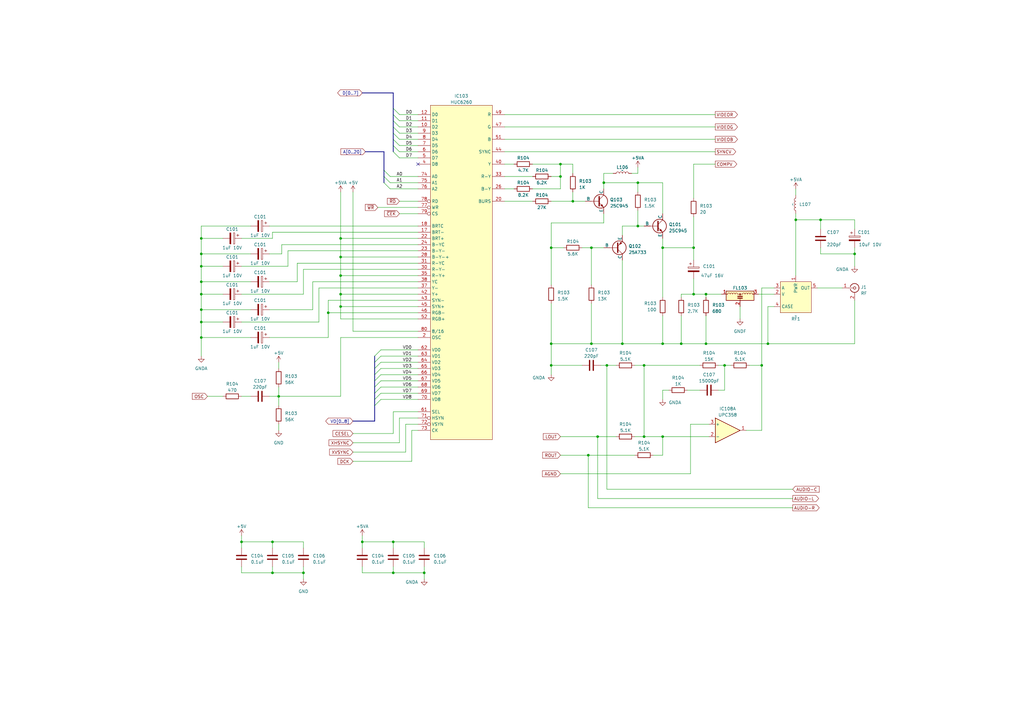
<source format=kicad_sch>
(kicad_sch (version 20230121) (generator eeschema)
  (paper "A3")
  (lib_symbols
    (symbol "Amplifier_Operational:LM358" (pin_names (offset 0.127))
      (property "Reference" "U" (at 0 5.08 0))
      (property "Value" "LM358" (at 0 -5.08 0))
      (symbol "LM358_1_1"
        (polyline (pts (xy -5.08 5.08) (xy 5.08 0) (xy -5.08 -5.08) (xy -5.08 5.08)) (stroke (width 0.254)) (fill (type background)))
        (pin output line (at 7.62 0 180) (length 2.54) (name "~") (number "1"))
        (pin input line (at -7.62 -2.54 0) (length 2.54) (name "-") (number "2"))
        (pin input line (at -7.62 2.54 0) (length 2.54) (name "+") (number "3"))
      )
      (symbol "LM358_2_1"
        (polyline (pts (xy -5.08 5.08) (xy 5.08 0) (xy -5.08 -5.08) (xy -5.08 5.08)) (stroke (width 0.254)) (fill (type background)))
        (pin input line (at -7.62 2.54 0) (length 2.54) (name "+") (number "5"))
        (pin input line (at -7.62 -2.54 0) (length 2.54) (name "-") (number "6"))
        (pin output line (at 7.62 0 180) (length 2.54) (name "~") (number "7"))
      )
      (symbol "LM358_3_1"
        (pin power_in line (at -2.54 -7.62 90) (length 3.81) (name "V-") (number "4"))
        (pin power_in line (at -2.54 7.62 270) (length 3.81) (name "V+") (number "8"))
      )
    )
    (symbol "Connector:Conn_Coaxial" (pin_names (offset 1.016) hide)
      (property "Reference" "J" (at 0.254 3.048 0))
      (property "Value" "Conn_Coaxial" (at 2.921 0 90))
      (symbol "Conn_Coaxial_0_1"
        (arc (start -1.778 -0.508) (mid 0.2311 -1.8066) (end 1.778 0) (stroke (width 0.254)))
        (polyline (pts (xy -2.54 0) (xy -0.508 0)))
        (polyline (pts (xy 0 -2.54) (xy 0 -1.778)))
        (circle (center 0 0) (radius 0.508) (stroke (width 0.2032)))
        (arc (start 1.778 0) (mid 0.2099 1.8101) (end -1.778 0.508) (stroke (width 0.254)))
      )
      (symbol "Conn_Coaxial_1_1"
        (pin passive line (at -5.08 0 0) (length 2.54) (name "In") (number "1"))
        (pin passive line (at 0 -5.08 90) (length 2.54) (name "Ext") (number "2"))
      )
    )
    (symbol "Device:C" (pin_numbers hide) (pin_names (offset 0.254))
      (property "Reference" "C" (at 0.635 2.54 0))
      (property "Value" "C" (at 0.635 -2.54 0))
      (symbol "C_0_1"
        (polyline (pts (xy -2.032 -0.762) (xy 2.032 -0.762)) (stroke (width 0.508)))
        (polyline (pts (xy -2.032 0.762) (xy 2.032 0.762)) (stroke (width 0.508)))
      )
      (symbol "C_1_1"
        (pin passive line (at 0 3.81 270) (length 2.794) (name "~") (number "1"))
        (pin passive line (at 0 -3.81 90) (length 2.794) (name "~") (number "2"))
      )
    )
    (symbol "Device:C_Polarized" (pin_numbers hide) (pin_names (offset 0.254))
      (property "Reference" "C" (at 0.635 2.54 0))
      (property "Value" "C_Polarized" (at 0.635 -2.54 0))
      (symbol "C_Polarized_0_1"
        (rectangle (start -2.286 0.508) (end 2.286 1.016))
        (polyline (pts (xy -1.778 2.286) (xy -0.762 2.286)))
        (polyline (pts (xy -1.27 2.794) (xy -1.27 1.778)))
        (rectangle (start 2.286 -0.508) (end -2.286 -1.016) (fill (type outline)))
      )
      (symbol "C_Polarized_1_1"
        (pin passive line (at 0 3.81 270) (length 2.794) (name "~") (number "1"))
        (pin passive line (at 0 -3.81 90) (length 2.794) (name "~") (number "2"))
      )
    )
    (symbol "Device:Filter_EMI_LCL" (pin_names (offset 0.254) hide)
      (property "Reference" "FL" (at 0 6.985 0))
      (property "Value" "Filter_EMI_LCL" (at 0 5.08 0))
      (symbol "Filter_EMI_LCL_0_1"
        (rectangle (start -5.715 3.81) (end 5.715 0) (stroke (width 0.254)) (fill (type background)))
        (arc (start -4.064 2.54) (mid -4.572 3.0458) (end -5.08 2.54))
        (arc (start -3.048 2.54) (mid -3.556 3.0458) (end -4.064 2.54))
        (arc (start -2.032 2.54) (mid -2.54 3.0458) (end -3.048 2.54))
        (rectangle (start -1.016 0.762) (end 1.016 1.016) (fill (type outline)))
        (arc (start -1.016 2.54) (mid -1.524 3.0458) (end -2.032 2.54))
        (polyline (pts (xy -1.016 2.54) (xy 1.016 2.54)))
        (polyline (pts (xy 0 0.762) (xy 0 0)))
        (polyline (pts (xy 0 2.54) (xy 0 1.778)))
        (circle (center 0 2.54) (radius 0.254) (fill (type outline)))
        (rectangle (start 1.016 1.524) (end -1.016 1.778) (fill (type outline)))
        (arc (start 2.032 2.54) (mid 1.524 3.0458) (end 1.016 2.54))
        (arc (start 3.048 2.54) (mid 2.54 3.0458) (end 2.032 2.54))
        (arc (start 4.064 2.54) (mid 3.556 3.0458) (end 3.048 2.54))
        (arc (start 5.08 2.54) (mid 4.572 3.0458) (end 4.064 2.54))
      )
      (symbol "Filter_EMI_LCL_1_1"
        (pin passive line (at -7.62 2.54 0) (length 2.54) (name "1") (number "1"))
        (pin passive line (at 0 -2.54 90) (length 2.54) (name "2") (number "2"))
        (pin passive line (at 7.62 2.54 180) (length 2.54) (name "3") (number "3"))
      )
    )
    (symbol "Device:L" (pin_numbers hide) (pin_names (offset 1.016) hide)
      (property "Reference" "L" (at -1.27 0 90))
      (property "Value" "L" (at 1.905 0 90))
      (symbol "L_0_1"
        (arc (start 0 -2.54) (mid 0.6323 -1.905) (end 0 -1.27))
        (arc (start 0 -1.27) (mid 0.6323 -0.635) (end 0 0))
        (arc (start 0 0) (mid 0.6323 0.635) (end 0 1.27))
        (arc (start 0 1.27) (mid 0.6323 1.905) (end 0 2.54))
      )
      (symbol "L_1_1"
        (pin passive line (at 0 3.81 270) (length 1.27) (name "1") (number "1"))
        (pin passive line (at 0 -3.81 90) (length 1.27) (name "2") (number "2"))
      )
    )
    (symbol "Device:R" (pin_numbers hide) (pin_names (offset 0))
      (property "Reference" "R" (at 2.032 0 90))
      (property "Value" "R" (at 0 0 90))
      (symbol "R_0_1"
        (rectangle (start -1.016 -2.54) (end 1.016 2.54) (stroke (width 0.254)))
      )
      (symbol "R_1_1"
        (pin passive line (at 0 3.81 270) (length 1.27) (name "~") (number "1"))
        (pin passive line (at 0 -3.81 90) (length 1.27) (name "~") (number "2"))
      )
    )
    (symbol "PC-Engine:GNDF" (power) (pin_names (offset 0))
      (property "Value" "GNDF" (at 0 -3.81 0))
      (symbol "GNDF_0_1"
        (polyline (pts (xy 0 0) (xy 0 -1.27) (xy 1.27 -1.27) (xy 0 -2.54) (xy -1.27 -1.27) (xy 0 -1.27)))
      )
      (symbol "GNDF_1_1"
        (pin power_in line (at 0 0 270) (length 0) hide (name "GNDF") (number "1"))
      )
    )
    (symbol "PC-Engine:Hu6260"
      (property "Reference" "IC" (at 0 62.23 0))
      (symbol "Hu6260_1_1"
        (rectangle (start -12.7 59.69) (end 12.7 -77.47) (fill (type background)))
        (pin bidirectional line (at -17.78 50.8 0) (length 5.08) (name "D2") (number "10"))
        (pin bidirectional line (at -17.78 53.34 0) (length 5.08) (name "D1") (number "11"))
        (pin bidirectional line (at -17.78 55.88 0) (length 5.08) (name "D0") (number "12"))
        (pin input line (at -17.78 7.62 0) (length 5.08) (name "BRT-") (number "17"))
        (pin input line (at -17.78 10.16 0) (length 5.08) (name "BRTC") (number "18"))
        (pin input line (at -17.78 -35.56 0) (length 5.08) (name "OSC") (number "2"))
        (pin output line (at 17.78 20.32 180) (length 5.08) (name "BURS") (number "20"))
        (pin input line (at -17.78 5.08 0) (length 5.08) (name "BRT+") (number "22"))
        (pin input line (at -17.78 0 0) (length 5.08) (name "B-Y-") (number "23"))
        (pin input line (at -17.78 2.54 0) (length 5.08) (name "B-YC") (number "24"))
        (pin output line (at 17.78 25.4 180) (length 5.08) (name "B-Y") (number "26"))
        (pin input line (at -17.78 -2.54 0) (length 5.08) (name "B-Y-+") (number "28"))
        (pin input line (at -17.78 -7.62 0) (length 5.08) (name "R-Y-") (number "30"))
        (pin input line (at -17.78 -5.08 0) (length 5.08) (name "R-YC") (number "31"))
        (pin output line (at 17.78 30.48 180) (length 5.08) (name "R-Y") (number "33"))
        (pin input line (at -17.78 -10.16 0) (length 5.08) (name "R-Y+") (number "35"))
        (pin input line (at -17.78 -15.24 0) (length 5.08) (name "Y-") (number "37"))
        (pin input line (at -17.78 -12.7 0) (length 5.08) (name "YC") (number "38"))
        (pin bidirectional line (at -17.78 35.56 0) (length 5.08) (name "D8") (number "4"))
        (pin output line (at 17.78 35.56 180) (length 5.08) (name "Y") (number "40"))
        (pin input line (at -17.78 -17.78 0) (length 5.08) (name "Y+") (number "42"))
        (pin input line (at -17.78 -20.32 0) (length 5.08) (name "SYN-") (number "43"))
        (pin output line (at 17.78 40.64 180) (length 5.08) (name "SYNC") (number "44"))
        (pin input line (at -17.78 -22.86 0) (length 5.08) (name "SYN+") (number "45"))
        (pin input line (at -17.78 -25.4 0) (length 5.08) (name "RGB-") (number "46"))
        (pin output line (at 17.78 50.8 180) (length 5.08) (name "G") (number "47"))
        (pin output line (at 17.78 55.88 180) (length 5.08) (name "R") (number "49"))
        (pin bidirectional line (at -17.78 38.1 0) (length 5.08) (name "D7") (number "5"))
        (pin output line (at 17.78 45.72 180) (length 5.08) (name "B") (number "51"))
        (pin input line (at -17.78 -27.94 0) (length 5.08) (name "RGB+") (number "52"))
        (pin bidirectional line (at -17.78 40.64 0) (length 5.08) (name "D6") (number "6"))
        (pin input line (at -17.78 -66.04 0) (length 5.08) (name "SEL") (number "61"))
        (pin bidirectional line (at -17.78 -40.64 0) (length 5.08) (name "VD0") (number "62"))
        (pin bidirectional line (at -17.78 -43.18 0) (length 5.08) (name "VD1") (number "63"))
        (pin bidirectional line (at -17.78 -45.72 0) (length 5.08) (name "VD2") (number "64"))
        (pin bidirectional line (at -17.78 -48.26 0) (length 5.08) (name "VD3") (number "65"))
        (pin bidirectional line (at -17.78 -50.8 0) (length 5.08) (name "VD4") (number "66"))
        (pin bidirectional line (at -17.78 -53.34 0) (length 5.08) (name "VD5") (number "67"))
        (pin bidirectional line (at -17.78 -55.88 0) (length 5.08) (name "VD6") (number "68"))
        (pin bidirectional line (at -17.78 -58.42 0) (length 5.08) (name "VD7") (number "69"))
        (pin bidirectional line (at -17.78 43.18 0) (length 5.08) (name "D5") (number "7"))
        (pin bidirectional line (at -17.78 -60.96 0) (length 5.08) (name "VD8") (number "70"))
        (pin input inverted (at -17.78 -68.58 0) (length 5.08) (name "HSYN") (number "71"))
        (pin input inverted (at -17.78 -71.12 0) (length 5.08) (name "VSYN") (number "72"))
        (pin input line (at -17.78 -73.66 0) (length 5.08) (name "CK") (number "73"))
        (pin input line (at -17.78 30.48 0) (length 5.08) (name "A0") (number "74"))
        (pin input line (at -17.78 27.94 0) (length 5.08) (name "A1") (number "75"))
        (pin input line (at -17.78 25.4 0) (length 5.08) (name "A2") (number "76"))
        (pin input inverted (at -17.78 17.78 0) (length 5.08) (name "WR") (number "77"))
        (pin input inverted (at -17.78 20.32 0) (length 5.08) (name "RD") (number "78"))
        (pin input inverted (at -17.78 15.24 0) (length 5.08) (name "CS") (number "79"))
        (pin bidirectional line (at -17.78 45.72 0) (length 5.08) (name "D4") (number "8"))
        (pin input line (at -17.78 -33.02 0) (length 5.08) (name "8/16") (number "80"))
        (pin bidirectional line (at -17.78 48.26 0) (length 5.08) (name "D3") (number "9"))
      )
    )
    (symbol "PC-Engine:RF_Modulator"
      (property "Reference" "RF" (at 0 0 0))
      (symbol "RF_Modulator_1_1"
        (rectangle (start -6.35 13.97) (end 6.35 1.27) (fill (type background)))
        (pin power_in line (at 0 16.51 270) (length 2.54) (name "PWR") (number "1"))
        (pin input line (at -8.89 8.89 0) (length 2.54) (name "V") (number "2"))
        (pin input line (at -8.89 11.43 0) (length 2.54) (name "A") (number "3"))
        (pin passive line (at -8.89 3.81 0) (length 2.54) (name "CASE") (number "4"))
        (pin output line (at 8.89 11.43 180) (length 2.54) (name "OUT") (number "5"))
      )
    )
    (symbol "Simulation_SPICE:NPN" (pin_numbers hide) (pin_names (offset 0))
      (property "Reference" "Q" (at -2.54 7.62 0))
      (property "Value" "NPN" (at -2.54 5.08 0))
      (symbol "NPN_0_1"
        (polyline (pts (xy -2.54 0) (xy 0.635 0)) (stroke (width 0.1524)))
        (polyline (pts (xy 0.635 0.635) (xy 2.54 2.54)))
        (polyline (pts (xy 2.794 -1.27) (xy 2.794 -1.27)) (stroke (width 0.1524)))
        (polyline (pts (xy 2.794 -1.27) (xy 2.794 -1.27)) (stroke (width 0.1524)))
        (polyline (pts (xy 0.635 -0.635) (xy 2.54 -2.54) (xy 2.54 -2.54)))
        (polyline (pts (xy 0.635 1.905) (xy 0.635 -1.905) (xy 0.635 -1.905)) (stroke (width 0.508)))
        (polyline (pts (xy 1.27 -1.778) (xy 1.778 -1.27) (xy 2.286 -2.286) (xy 1.27 -1.778) (xy 1.27 -1.778)) (fill (type outline)))
        (circle (center 1.27 0) (radius 2.8194) (stroke (width 0.254)))
      )
      (symbol "NPN_1_1"
        (pin open_collector line (at 2.54 5.08 270) (length 2.54) (name "C") (number "1"))
        (pin input line (at -5.08 0 0) (length 2.54) (name "B") (number "2"))
        (pin open_emitter line (at 2.54 -5.08 90) (length 2.54) (name "E") (number "3"))
      )
    )
    (symbol "Simulation_SPICE:PNP" (pin_numbers hide) (pin_names (offset 0))
      (property "Reference" "Q" (at -2.54 7.62 0))
      (property "Value" "PNP" (at -2.54 5.08 0))
      (symbol "PNP_0_1"
        (polyline (pts (xy -2.54 0) (xy 0.635 0)) (stroke (width 0.1524)))
        (polyline (pts (xy 0.635 0.635) (xy 2.54 2.54)))
        (polyline (pts (xy 0.635 -0.635) (xy 2.54 -2.54) (xy 2.54 -2.54)))
        (polyline (pts (xy 0.635 1.905) (xy 0.635 -1.905) (xy 0.635 -1.905)) (stroke (width 0.508)))
        (polyline (pts (xy 2.286 -1.778) (xy 1.778 -2.286) (xy 1.27 -1.27) (xy 2.286 -1.778) (xy 2.286 -1.778)) (fill (type outline)))
        (circle (center 1.27 0) (radius 2.8194) (stroke (width 0.254)))
      )
      (symbol "PNP_1_1"
        (pin open_collector line (at 2.54 5.08 270) (length 2.54) (name "C") (number "1"))
        (pin input line (at -5.08 0 0) (length 2.54) (name "B") (number "2"))
        (pin open_emitter line (at 2.54 -5.08 90) (length 2.54) (name "E") (number "3"))
      )
    )
    (symbol "power:+5V" (power) (pin_names (offset 0))
      (property "Value" "+5V" (at 0 3.556 0))
      (symbol "+5V_0_1"
        (polyline (pts (xy -0.762 1.27) (xy 0 2.54)))
        (polyline (pts (xy 0 0) (xy 0 2.54)))
        (polyline (pts (xy 0 2.54) (xy 0.762 1.27)))
      )
      (symbol "+5V_1_1"
        (pin power_in line (at 0 0 90) (length 0) hide (name "+5V") (number "1"))
      )
    )
    (symbol "power:+5VA" (power) (pin_names (offset 0))
      (property "Value" "+5VA" (at 0 3.556 0))
      (symbol "+5VA_0_1"
        (polyline (pts (xy -0.762 1.27) (xy 0 2.54)))
        (polyline (pts (xy 0 0) (xy 0 2.54)))
        (polyline (pts (xy 0 2.54) (xy 0.762 1.27)))
      )
      (symbol "+5VA_1_1"
        (pin power_in line (at 0 0 90) (length 0) hide (name "+5VA") (number "1"))
      )
    )
    (symbol "power:GND" (power) (pin_names (offset 0))
      (property "Value" "GND" (at 0 -3.81 0))
      (symbol "GND_0_1"
        (polyline (pts (xy 0 0) (xy 0 -1.27) (xy 1.27 -1.27) (xy 0 -2.54) (xy -1.27 -1.27) (xy 0 -1.27)))
      )
      (symbol "GND_1_1"
        (pin power_in line (at 0 0 270) (length 0) hide (name "GND") (number "1"))
      )
    )
    (symbol "power:GNDA" (power) (pin_names (offset 0))
      (property "Value" "GNDA" (at 0 -3.81 0))
      (symbol "GNDA_0_1"
        (polyline (pts (xy 0 0) (xy 0 -1.27) (xy 1.27 -1.27) (xy 0 -2.54) (xy -1.27 -1.27) (xy 0 -1.27)))
      )
      (symbol "GNDA_1_1"
        (pin power_in line (at 0 0 270) (length 0) hide (name "GNDA") (number "1"))
      )
    )
  )
  (junction (at 173.99 234.95))
  (junction (at 289.56 140.97))
  (junction (at 297.18 149.86))
  (junction (at 261.62 74.93))
  (junction (at 82.55 104.14))
  (junction (at 82.55 120.65))
  (junction (at 161.29 234.95))
  (junction (at 148.59 222.25))
  (junction (at 271.78 179.07))
  (junction (at 248.92 149.86))
  (junction (at 111.76 222.25))
  (junction (at 139.7 113.03))
  (junction (at 284.48 101.6))
  (junction (at 99.06 222.25))
  (junction (at 114.3 162.56))
  (junction (at 264.16 179.07))
  (junction (at 289.56 120.65))
  (junction (at 111.76 234.95))
  (junction (at 350.52 104.14))
  (junction (at 247.65 74.93))
  (junction (at 261.62 92.71))
  (junction (at 82.55 127))
  (junction (at 139.7 105.41))
  (junction (at 139.7 120.65))
  (junction (at 314.96 140.97))
  (junction (at 326.39 90.17))
  (junction (at 264.16 149.86))
  (junction (at 226.06 149.86))
  (junction (at 241.3 186.69))
  (junction (at 255.27 140.97))
  (junction (at 82.55 97.79))
  (junction (at 271.78 101.6))
  (junction (at 271.78 140.97))
  (junction (at 284.48 120.65))
  (junction (at 242.57 101.6))
  (junction (at 82.55 138.43))
  (junction (at 161.29 222.25))
  (junction (at 82.55 109.22))
  (junction (at 139.7 125.73))
  (junction (at 234.95 82.55))
  (junction (at 226.06 140.97))
  (junction (at 134.62 128.27))
  (junction (at 229.87 72.39))
  (junction (at 336.55 90.17))
  (junction (at 229.87 67.31))
  (junction (at 279.4 140.97))
  (junction (at 312.42 149.86))
  (junction (at 245.11 179.07))
  (junction (at 242.57 140.97))
  (junction (at 82.55 115.57))
  (junction (at 139.7 97.79))
  (junction (at 82.55 132.08))
  (junction (at 124.46 234.95))
  (junction (at 226.06 101.6))
  (no_connect (at 171.45 67.31))
  (bus_entry (at 156.21 163.83) (size -2.54 2.54))
  (bus_entry (at 163.83 64.77) (size -2.54 -2.54))
  (bus_entry (at 156.21 148.59) (size -2.54 2.54))
  (bus_entry (at 156.21 156.21) (size -2.54 2.54))
  (bus_entry (at 157.48 69.85) (size 2.54 2.54))
  (bus_entry (at 156.21 158.75) (size -2.54 2.54))
  (bus_entry (at 156.21 153.67) (size -2.54 2.54))
  (bus_entry (at 156.21 146.05) (size -2.54 2.54))
  (bus_entry (at 163.83 59.69) (size -2.54 -2.54))
  (bus_entry (at 163.83 62.23) (size -2.54 -2.54))
  (bus_entry (at 163.83 49.53) (size -2.54 -2.54))
  (bus_entry (at 163.83 54.61) (size -2.54 -2.54))
  (bus_entry (at 163.83 52.07) (size -2.54 -2.54))
  (bus_entry (at 157.48 72.39) (size 2.54 2.54))
  (bus_entry (at 163.83 46.99) (size -2.54 -2.54))
  (bus_entry (at 156.21 143.51) (size -2.54 2.54))
  (bus_entry (at 156.21 161.29) (size -2.54 2.54))
  (bus_entry (at 157.48 74.93) (size 2.54 2.54))
  (bus_entry (at 156.21 151.13) (size -2.54 2.54))
  (bus_entry (at 163.83 57.15) (size -2.54 -2.54))
  (wire (pts (xy 271.78 163.83) (xy 271.78 160.02)))
  (wire (pts (xy 335.28 118.11) (xy 345.44 118.11)))
  (wire (pts (xy 326.39 87.63) (xy 326.39 90.17)))
  (wire (pts (xy 124.46 222.25) (xy 124.46 224.79)))
  (wire (pts (xy 111.76 222.25) (xy 111.76 224.79)))
  (wire (pts (xy 124.46 110.49) (xy 124.46 120.65)))
  (wire (pts (xy 264.16 149.86) (xy 264.16 179.07)))
  (bus (pts (xy 157.48 69.85) (xy 157.48 62.23)))
  (wire (pts (xy 148.59 219.71) (xy 148.59 222.25)))
  (wire (pts (xy 144.78 181.61) (xy 163.83 181.61)))
  (wire (pts (xy 156.21 153.67) (xy 171.45 153.67)))
  (wire (pts (xy 111.76 95.25) (xy 171.45 95.25)))
  (wire (pts (xy 283.21 194.31) (xy 283.21 173.99)))
  (wire (pts (xy 226.06 101.6) (xy 226.06 116.84)))
  (wire (pts (xy 289.56 140.97) (xy 289.56 129.54)))
  (wire (pts (xy 226.06 149.86) (xy 226.06 153.67)))
  (wire (pts (xy 114.3 148.59) (xy 114.3 151.13)))
  (wire (pts (xy 168.91 176.53) (xy 171.45 176.53)))
  (wire (pts (xy 171.45 125.73) (xy 139.7 125.73)))
  (wire (pts (xy 303.53 125.73) (xy 303.53 130.81)))
  (wire (pts (xy 247.65 87.63) (xy 247.65 91.44)))
  (wire (pts (xy 317.5 125.73) (xy 314.96 125.73)))
  (wire (pts (xy 111.76 234.95) (xy 111.76 232.41)))
  (wire (pts (xy 124.46 234.95) (xy 111.76 234.95)))
  (wire (pts (xy 99.06 234.95) (xy 99.06 232.41)))
  (wire (pts (xy 241.3 186.69) (xy 241.3 208.28)))
  (wire (pts (xy 99.06 222.25) (xy 111.76 222.25)))
  (wire (pts (xy 124.46 232.41) (xy 124.46 234.95)))
  (wire (pts (xy 279.4 129.54) (xy 279.4 140.97)))
  (wire (pts (xy 226.06 82.55) (xy 234.95 82.55)))
  (wire (pts (xy 148.59 222.25) (xy 161.29 222.25)))
  (wire (pts (xy 114.3 158.75) (xy 114.3 162.56)))
  (wire (pts (xy 171.45 130.81) (xy 139.7 130.81)))
  (wire (pts (xy 289.56 121.92) (xy 289.56 120.65)))
  (wire (pts (xy 248.92 149.86) (xy 252.73 149.86)))
  (wire (pts (xy 271.78 186.69) (xy 271.78 179.07)))
  (wire (pts (xy 350.52 104.14) (xy 350.52 109.22)))
  (wire (pts (xy 139.7 138.43) (xy 139.7 162.56)))
  (wire (pts (xy 171.45 123.19) (xy 134.62 123.19)))
  (wire (pts (xy 326.39 90.17) (xy 326.39 113.03)))
  (wire (pts (xy 255.27 106.68) (xy 255.27 140.97)))
  (wire (pts (xy 255.27 140.97) (xy 271.78 140.97)))
  (wire (pts (xy 271.78 129.54) (xy 271.78 140.97)))
  (wire (pts (xy 297.18 160.02) (xy 294.64 160.02)))
  (wire (pts (xy 261.62 74.93) (xy 247.65 74.93)))
  (wire (pts (xy 207.01 62.23) (xy 293.37 62.23)))
  (bus (pts (xy 161.29 62.23) (xy 161.29 59.69)))
  (wire (pts (xy 314.96 140.97) (xy 350.52 140.97)))
  (wire (pts (xy 336.55 90.17) (xy 336.55 93.98)))
  (wire (pts (xy 312.42 176.53) (xy 312.42 149.86)))
  (wire (pts (xy 229.87 72.39) (xy 229.87 67.31)))
  (wire (pts (xy 118.11 109.22) (xy 118.11 102.87)))
  (wire (pts (xy 255.27 140.97) (xy 242.57 140.97)))
  (wire (pts (xy 350.52 104.14) (xy 336.55 104.14)))
  (wire (pts (xy 245.11 179.07) (xy 245.11 204.47)))
  (wire (pts (xy 161.29 234.95) (xy 161.29 232.41)))
  (wire (pts (xy 161.29 234.95) (xy 148.59 234.95)))
  (wire (pts (xy 284.48 81.28) (xy 284.48 67.31)))
  (wire (pts (xy 350.52 101.6) (xy 350.52 104.14)))
  (wire (pts (xy 171.45 100.33) (xy 115.57 100.33)))
  (wire (pts (xy 226.06 149.86) (xy 226.06 140.97)))
  (wire (pts (xy 99.06 222.25) (xy 99.06 224.79)))
  (wire (pts (xy 207.01 77.47) (xy 210.82 77.47)))
  (wire (pts (xy 248.92 200.66) (xy 325.12 200.66)))
  (wire (pts (xy 271.78 140.97) (xy 279.4 140.97)))
  (wire (pts (xy 171.45 46.99) (xy 163.83 46.99)))
  (wire (pts (xy 267.97 186.69) (xy 271.78 186.69)))
  (wire (pts (xy 229.87 194.31) (xy 283.21 194.31)))
  (wire (pts (xy 246.38 149.86) (xy 248.92 149.86)))
  (wire (pts (xy 242.57 101.6) (xy 247.65 101.6)))
  (wire (pts (xy 128.27 115.57) (xy 171.45 115.57)))
  (bus (pts (xy 161.29 57.15) (xy 161.29 54.61)))
  (wire (pts (xy 271.78 101.6) (xy 271.78 121.92)))
  (wire (pts (xy 289.56 140.97) (xy 314.96 140.97)))
  (wire (pts (xy 312.42 118.11) (xy 312.42 149.86)))
  (wire (pts (xy 102.87 104.14) (xy 82.55 104.14)))
  (wire (pts (xy 115.57 104.14) (xy 110.49 104.14)))
  (wire (pts (xy 350.52 90.17) (xy 350.52 93.98)))
  (wire (pts (xy 297.18 149.86) (xy 299.72 149.86)))
  (wire (pts (xy 241.3 208.28) (xy 325.12 208.28)))
  (wire (pts (xy 91.44 132.08) (xy 82.55 132.08)))
  (wire (pts (xy 171.45 62.23) (xy 163.83 62.23)))
  (wire (pts (xy 255.27 96.52) (xy 255.27 92.71)))
  (wire (pts (xy 163.83 82.55) (xy 171.45 82.55)))
  (wire (pts (xy 281.94 160.02) (xy 287.02 160.02)))
  (wire (pts (xy 82.55 109.22) (xy 82.55 115.57)))
  (wire (pts (xy 207.01 67.31) (xy 210.82 67.31)))
  (bus (pts (xy 153.67 146.05) (xy 153.67 148.59)))
  (wire (pts (xy 161.29 222.25) (xy 173.99 222.25)))
  (wire (pts (xy 171.45 52.07) (xy 163.83 52.07)))
  (bus (pts (xy 153.67 161.29) (xy 153.67 163.83)))
  (wire (pts (xy 245.11 179.07) (xy 252.73 179.07)))
  (wire (pts (xy 156.21 143.51) (xy 171.45 143.51)))
  (wire (pts (xy 160.02 72.39) (xy 171.45 72.39)))
  (wire (pts (xy 283.21 173.99) (xy 290.83 173.99)))
  (wire (pts (xy 207.01 52.07) (xy 293.37 52.07)))
  (wire (pts (xy 110.49 92.71) (xy 171.45 92.71)))
  (wire (pts (xy 238.76 149.86) (xy 226.06 149.86)))
  (wire (pts (xy 207.01 46.99) (xy 293.37 46.99)))
  (wire (pts (xy 247.65 91.44) (xy 226.06 91.44)))
  (bus (pts (xy 153.67 153.67) (xy 153.67 156.21)))
  (wire (pts (xy 306.07 176.53) (xy 312.42 176.53)))
  (wire (pts (xy 317.5 118.11) (xy 312.42 118.11)))
  (wire (pts (xy 114.3 162.56) (xy 139.7 162.56)))
  (wire (pts (xy 82.55 92.71) (xy 82.55 97.79)))
  (wire (pts (xy 144.78 78.74) (xy 144.78 135.89)))
  (wire (pts (xy 82.55 104.14) (xy 82.55 109.22)))
  (wire (pts (xy 247.65 74.93) (xy 247.65 71.12)))
  (wire (pts (xy 139.7 97.79) (xy 171.45 97.79)))
  (wire (pts (xy 171.45 110.49) (xy 124.46 110.49)))
  (wire (pts (xy 91.44 109.22) (xy 82.55 109.22)))
  (wire (pts (xy 121.92 115.57) (xy 121.92 107.95)))
  (wire (pts (xy 144.78 185.42) (xy 166.37 185.42)))
  (wire (pts (xy 111.76 97.79) (xy 111.76 95.25)))
  (wire (pts (xy 229.87 179.07) (xy 245.11 179.07)))
  (wire (pts (xy 264.16 179.07) (xy 271.78 179.07)))
  (wire (pts (xy 124.46 120.65) (xy 99.06 120.65)))
  (wire (pts (xy 171.45 54.61) (xy 163.83 54.61)))
  (wire (pts (xy 168.91 189.23) (xy 168.91 176.53)))
  (wire (pts (xy 261.62 92.71) (xy 264.16 92.71)))
  (wire (pts (xy 139.7 97.79) (xy 139.7 105.41)))
  (wire (pts (xy 229.87 77.47) (xy 229.87 72.39)))
  (wire (pts (xy 102.87 92.71) (xy 82.55 92.71)))
  (bus (pts (xy 153.67 158.75) (xy 153.67 161.29)))
  (wire (pts (xy 336.55 90.17) (xy 350.52 90.17)))
  (wire (pts (xy 207.01 82.55) (xy 218.44 82.55)))
  (wire (pts (xy 134.62 128.27) (xy 171.45 128.27)))
  (wire (pts (xy 171.45 49.53) (xy 163.83 49.53)))
  (wire (pts (xy 294.64 149.86) (xy 297.18 149.86)))
  (wire (pts (xy 102.87 127) (xy 82.55 127)))
  (wire (pts (xy 226.06 140.97) (xy 226.06 124.46)))
  (wire (pts (xy 144.78 135.89) (xy 171.45 135.89)))
  (wire (pts (xy 226.06 91.44) (xy 226.06 101.6)))
  (wire (pts (xy 261.62 78.74) (xy 261.62 74.93)))
  (wire (pts (xy 289.56 120.65) (xy 295.91 120.65)))
  (bus (pts (xy 148.59 38.1) (xy 161.29 38.1)))
  (wire (pts (xy 121.92 107.95) (xy 171.45 107.95)))
  (wire (pts (xy 85.09 162.56) (xy 91.44 162.56)))
  (wire (pts (xy 91.44 97.79) (xy 82.55 97.79)))
  (wire (pts (xy 271.78 74.93) (xy 271.78 87.63)))
  (wire (pts (xy 148.59 234.95) (xy 148.59 232.41)))
  (wire (pts (xy 173.99 234.95) (xy 173.99 237.49)))
  (wire (pts (xy 171.45 59.69) (xy 163.83 59.69)))
  (wire (pts (xy 110.49 162.56) (xy 114.3 162.56)))
  (wire (pts (xy 134.62 123.19) (xy 134.62 128.27)))
  (bus (pts (xy 157.48 62.23) (xy 149.86 62.23)))
  (wire (pts (xy 144.78 177.8) (xy 161.29 177.8)))
  (wire (pts (xy 264.16 149.86) (xy 287.02 149.86)))
  (wire (pts (xy 261.62 71.12) (xy 261.62 68.58)))
  (wire (pts (xy 271.78 97.79) (xy 271.78 101.6)))
  (wire (pts (xy 139.7 113.03) (xy 139.7 105.41)))
  (bus (pts (xy 153.67 151.13) (xy 153.67 153.67)))
  (wire (pts (xy 260.35 179.07) (xy 264.16 179.07)))
  (wire (pts (xy 260.35 149.86) (xy 264.16 149.86)))
  (wire (pts (xy 99.06 162.56) (xy 102.87 162.56)))
  (wire (pts (xy 154.94 85.09) (xy 171.45 85.09)))
  (wire (pts (xy 284.48 120.65) (xy 279.4 120.65)))
  (bus (pts (xy 153.67 163.83) (xy 153.67 166.37)))
  (bus (pts (xy 161.29 59.69) (xy 161.29 57.15)))
  (wire (pts (xy 218.44 67.31) (xy 229.87 67.31)))
  (wire (pts (xy 238.76 101.6) (xy 242.57 101.6)))
  (wire (pts (xy 248.92 149.86) (xy 248.92 200.66)))
  (wire (pts (xy 82.55 97.79) (xy 82.55 104.14)))
  (wire (pts (xy 99.06 219.71) (xy 99.06 222.25)))
  (wire (pts (xy 139.7 120.65) (xy 139.7 113.03)))
  (wire (pts (xy 139.7 130.81) (xy 139.7 125.73)))
  (wire (pts (xy 284.48 114.3) (xy 284.48 120.65)))
  (wire (pts (xy 156.21 163.83) (xy 171.45 163.83)))
  (bus (pts (xy 157.48 69.85) (xy 157.48 72.39)))
  (wire (pts (xy 255.27 92.71) (xy 261.62 92.71)))
  (bus (pts (xy 144.78 172.72) (xy 153.67 172.72)))
  (wire (pts (xy 82.55 132.08) (xy 82.55 138.43)))
  (wire (pts (xy 124.46 234.95) (xy 124.46 237.49)))
  (wire (pts (xy 161.29 177.8) (xy 161.29 168.91)))
  (wire (pts (xy 114.3 173.99) (xy 114.3 176.53)))
  (wire (pts (xy 247.65 77.47) (xy 247.65 74.93)))
  (wire (pts (xy 82.55 120.65) (xy 82.55 127)))
  (bus (pts (xy 161.29 49.53) (xy 161.29 46.99)))
  (wire (pts (xy 245.11 204.47) (xy 325.12 204.47)))
  (wire (pts (xy 118.11 102.87) (xy 171.45 102.87)))
  (wire (pts (xy 284.48 101.6) (xy 284.48 106.68)))
  (wire (pts (xy 163.83 87.63) (xy 171.45 87.63)))
  (wire (pts (xy 82.55 127) (xy 82.55 132.08)))
  (wire (pts (xy 234.95 67.31) (xy 234.95 71.12)))
  (wire (pts (xy 110.49 127) (xy 128.27 127)))
  (wire (pts (xy 336.55 104.14) (xy 336.55 101.6)))
  (wire (pts (xy 326.39 77.47) (xy 326.39 80.01)))
  (wire (pts (xy 173.99 232.41) (xy 173.99 234.95)))
  (wire (pts (xy 171.45 57.15) (xy 163.83 57.15)))
  (wire (pts (xy 99.06 109.22) (xy 118.11 109.22)))
  (wire (pts (xy 207.01 57.15) (xy 293.37 57.15)))
  (wire (pts (xy 110.49 138.43) (xy 134.62 138.43)))
  (wire (pts (xy 111.76 222.25) (xy 124.46 222.25)))
  (wire (pts (xy 259.08 71.12) (xy 261.62 71.12)))
  (bus (pts (xy 161.29 44.45) (xy 161.29 38.1)))
  (wire (pts (xy 234.95 82.55) (xy 240.03 82.55)))
  (bus (pts (xy 161.29 54.61) (xy 161.29 52.07)))
  (wire (pts (xy 207.01 72.39) (xy 218.44 72.39)))
  (wire (pts (xy 171.45 118.11) (xy 130.81 118.11)))
  (wire (pts (xy 163.83 181.61) (xy 163.83 171.45)))
  (wire (pts (xy 229.87 67.31) (xy 234.95 67.31)))
  (wire (pts (xy 271.78 179.07) (xy 290.83 179.07)))
  (wire (pts (xy 229.87 186.69) (xy 241.3 186.69)))
  (wire (pts (xy 312.42 149.86) (xy 307.34 149.86)))
  (wire (pts (xy 128.27 127) (xy 128.27 115.57)))
  (wire (pts (xy 284.48 67.31) (xy 293.37 67.31)))
  (wire (pts (xy 271.78 160.02) (xy 274.32 160.02)))
  (wire (pts (xy 326.39 90.17) (xy 336.55 90.17)))
  (wire (pts (xy 160.02 77.47) (xy 171.45 77.47)))
  (wire (pts (xy 161.29 222.25) (xy 161.29 224.79)))
  (wire (pts (xy 171.45 64.77) (xy 163.83 64.77)))
  (wire (pts (xy 82.55 138.43) (xy 82.55 146.05)))
  (bus (pts (xy 153.67 156.21) (xy 153.67 158.75)))
  (wire (pts (xy 241.3 186.69) (xy 260.35 186.69)))
  (wire (pts (xy 156.21 148.59) (xy 171.45 148.59)))
  (wire (pts (xy 297.18 149.86) (xy 297.18 160.02)))
  (wire (pts (xy 148.59 222.25) (xy 148.59 224.79)))
  (wire (pts (xy 82.55 115.57) (xy 82.55 120.65)))
  (wire (pts (xy 144.78 189.23) (xy 168.91 189.23)))
  (wire (pts (xy 156.21 158.75) (xy 171.45 158.75)))
  (wire (pts (xy 156.21 161.29) (xy 171.45 161.29)))
  (wire (pts (xy 163.83 171.45) (xy 171.45 171.45)))
  (wire (pts (xy 350.52 140.97) (xy 350.52 123.19)))
  (wire (pts (xy 247.65 71.12) (xy 251.46 71.12)))
  (wire (pts (xy 139.7 105.41) (xy 171.45 105.41)))
  (bus (pts (xy 157.48 72.39) (xy 157.48 74.93)))
  (wire (pts (xy 234.95 82.55) (xy 234.95 78.74)))
  (wire (pts (xy 171.45 120.65) (xy 139.7 120.65)))
  (wire (pts (xy 226.06 72.39) (xy 229.87 72.39)))
  (wire (pts (xy 173.99 222.25) (xy 173.99 224.79)))
  (wire (pts (xy 134.62 128.27) (xy 134.62 138.43)))
  (wire (pts (xy 242.57 140.97) (xy 226.06 140.97)))
  (wire (pts (xy 226.06 101.6) (xy 231.14 101.6)))
  (wire (pts (xy 102.87 138.43) (xy 82.55 138.43)))
  (wire (pts (xy 218.44 77.47) (xy 229.87 77.47)))
  (wire (pts (xy 110.49 115.57) (xy 121.92 115.57)))
  (wire (pts (xy 114.3 162.56) (xy 114.3 166.37)))
  (wire (pts (xy 102.87 115.57) (xy 82.55 115.57)))
  (wire (pts (xy 156.21 151.13) (xy 171.45 151.13)))
  (wire (pts (xy 99.06 97.79) (xy 111.76 97.79)))
  (wire (pts (xy 156.21 156.21) (xy 171.45 156.21)))
  (wire (pts (xy 242.57 124.46) (xy 242.57 140.97)))
  (wire (pts (xy 139.7 125.73) (xy 139.7 120.65)))
  (wire (pts (xy 130.81 132.08) (xy 99.06 132.08)))
  (wire (pts (xy 166.37 173.99) (xy 171.45 173.99)))
  (wire (pts (xy 171.45 138.43) (xy 139.7 138.43)))
  (wire (pts (xy 271.78 101.6) (xy 284.48 101.6)))
  (wire (pts (xy 242.57 101.6) (xy 242.57 116.84)))
  (wire (pts (xy 314.96 125.73) (xy 314.96 140.97)))
  (wire (pts (xy 91.44 120.65) (xy 82.55 120.65)))
  (wire (pts (xy 279.4 120.65) (xy 279.4 121.92)))
  (wire (pts (xy 279.4 140.97) (xy 289.56 140.97)))
  (bus (pts (xy 161.29 52.07) (xy 161.29 49.53)))
  (wire (pts (xy 311.15 120.65) (xy 317.5 120.65)))
  (wire (pts (xy 284.48 120.65) (xy 289.56 120.65)))
  (wire (pts (xy 160.02 74.93) (xy 171.45 74.93)))
  (wire (pts (xy 166.37 185.42) (xy 166.37 173.99)))
  (wire (pts (xy 173.99 234.95) (xy 161.29 234.95)))
  (wire (pts (xy 115.57 100.33) (xy 115.57 104.14)))
  (wire (pts (xy 111.76 234.95) (xy 99.06 234.95)))
  (wire (pts (xy 130.81 118.11) (xy 130.81 132.08)))
  (bus (pts (xy 153.67 166.37) (xy 153.67 172.72)))
  (wire (pts (xy 139.7 78.74) (xy 139.7 97.79)))
  (wire (pts (xy 261.62 74.93) (xy 271.78 74.93)))
  (wire (pts (xy 261.62 86.36) (xy 261.62 92.71)))
  (wire (pts (xy 171.45 113.03) (xy 139.7 113.03)))
  (wire (pts (xy 161.29 168.91) (xy 171.45 168.91)))
  (wire (pts (xy 156.21 146.05) (xy 171.45 146.05)))
  (wire (pts (xy 284.48 101.6) (xy 284.48 88.9)))
  (bus (pts (xy 153.67 148.59) (xy 153.67 151.13)))
  (bus (pts (xy 161.29 46.99) (xy 161.29 44.45)))
  (label "VD3" (at 168.91 151.13 180))
  (label "VD0" (at 168.91 143.51 180))
  (label "D4" (at 166.37 57.15 0))
  (label "D2" (at 166.37 52.07 0))
  (label "D5" (at 166.37 59.69 0))
  (label "VD2" (at 168.91 148.59 180))
  (label "A2" (at 165.1 77.47 180))
  (label "A1" (at 165.1 74.93 180))
  (label "D0" (at 166.37 46.99 0))
  (label "VD1" (at 168.91 146.05 180))
  (label "D7" (at 166.37 64.77 0))
  (label "VD6" (at 168.91 158.75 180))
  (label "D6" (at 166.37 62.23 0))
  (label "D1" (at 166.37 49.53 0))
  (label "D3" (at 166.37 54.61 0))
  (label "VD8" (at 168.91 163.83 180))
  (label "A0" (at 165.1 72.39 180))
  (label "VD7" (at 168.91 161.29 180))
  (label "VD5" (at 168.91 156.21 180))
  (label "VD4" (at 168.91 153.67 180))
  (global_label "D[0..7]" (shape bidirectional) (at 148.59 38.1 180) (property "Intersheetrefs" "${INTERSHEET_REFS}" (effects hide)))
  (global_label "~{WR}" (shape input) (at 154.94 85.09 180) (property "Intersheetrefs" "${INTERSHEET_REFS}" (effects hide)))
  (global_label "ROUT" (shape input) (at 229.87 186.69 180) (property "Intersheetrefs" "${INTERSHEET_REFS}" (effects hide)))
  (global_label "XHSYNC" (shape input) (at 144.78 181.61 180) (property "Intersheetrefs" "${INTERSHEET_REFS}" (effects hide)))
  (global_label "A[0..20]" (shape input) (at 149.86 62.23 180) (property "Intersheetrefs" "${INTERSHEET_REFS}" (effects hide)))
  (global_label "LOUT" (shape input) (at 229.87 179.07 180) (property "Intersheetrefs" "${INTERSHEET_REFS}" (effects hide)))
  (global_label "AUDIO-C" (shape input) (at 325.12 200.66 0) (property "Intersheetrefs" "${INTERSHEET_REFS}" (effects hide)))
  (global_label "VIDEOG" (shape output) (at 293.37 52.07 0) (property "Intersheetrefs" "${INTERSHEET_REFS}" (effects hide)))
  (global_label "SYNCV" (shape output) (at 293.37 62.23 0) (property "Intersheetrefs" "${INTERSHEET_REFS}" (effects hide)))
  (global_label "AUDIO-R" (shape output) (at 325.12 208.28 0) (property "Intersheetrefs" "${INTERSHEET_REFS}" (effects hide)))
  (global_label "VIDEOR" (shape output) (at 293.37 46.99 0) (property "Intersheetrefs" "${INTERSHEET_REFS}" (effects hide)))
  (global_label "VIDEOB" (shape output) (at 293.37 57.15 0) (property "Intersheetrefs" "${INTERSHEET_REFS}" (effects hide)))
  (global_label "~{CEK}" (shape input) (at 163.83 87.63 180) (property "Intersheetrefs" "${INTERSHEET_REFS}" (effects hide)))
  (global_label "DCK" (shape input) (at 144.78 189.23 180) (property "Intersheetrefs" "${INTERSHEET_REFS}" (effects hide)))
  (global_label "VD[0..8]" (shape bidirectional) (at 144.78 172.72 180) (property "Intersheetrefs" "${INTERSHEET_REFS}" (effects hide)))
  (global_label "OSC" (shape input) (at 85.09 162.56 180) (property "Intersheetrefs" "${INTERSHEET_REFS}" (effects hide)))
  (global_label "~{RD}" (shape input) (at 163.83 82.55 180) (property "Intersheetrefs" "${INTERSHEET_REFS}" (effects hide)))
  (global_label "CESEL" (shape input) (at 144.78 177.8 180) (property "Intersheetrefs" "${INTERSHEET_REFS}" (effects hide)))
  (global_label "AUDIO-L" (shape output) (at 325.12 204.47 0) (property "Intersheetrefs" "${INTERSHEET_REFS}" (effects hide)))
  (global_label "AGND" (shape input) (at 229.87 194.31 180) (property "Intersheetrefs" "${INTERSHEET_REFS}" (effects hide)))
  (global_label "COMPV" (shape output) (at 293.37 67.31 0) (property "Intersheetrefs" "${INTERSHEET_REFS}" (effects hide)))
  (global_label "XVSYNC" (shape input) (at 144.78 185.42 180) (property "Intersheetrefs" "${INTERSHEET_REFS}" (effects hide)))
  (symbol (lib_id "Device:R") (at 114.3 154.94 0) (unit 1)
    (property "Reference" "R103" (at 116.84 154.305 0) (effects (justify left)))
    (property "Value" "56K" (at 116.84 156.845 0) (effects (justify left)))
    (instances (project "PCE" (path "" (reference "R103") (unit 1)) (path "" (reference "R124") (unit 1))))
  )
  (symbol (lib_id "power:+5VA") (at 261.62 68.58 0) (unit 1)
    (property "Reference" "#PWR029" (effects hide))
    (property "Value" "+5VA" (at 261.62 64.77 0))
  )
  (symbol (lib_id "Device:C") (at 161.29 228.6 0) (unit 1)
    (property "Reference" "C105" (at 165.1 227.965 0) (effects (justify left)))
    (property "Value" "0.1uF" (at 165.1 230.505 0) (effects (justify left)))
    (instances (project "PCE" (path "" (reference "C105") (unit 1)) (path "" (reference "C124") (unit 1)) (path "" (reference "C138") (unit 1))))
  )
  (symbol (lib_id "Device:R") (at 214.63 67.31 270) (unit 1)
    (property "Reference" "R104" (at 214.63 64.77 90))
    (property "Value" "4.7K" (at 214.63 69.85 90))
    (instances (project "PCE" (path "" (reference "R104") (unit 1)) (path "" (reference "R130") (unit 1))))
  )
  (symbol (lib_id "power:+5V") (at 144.78 78.74 0) (unit 1)
    (property "Reference" "#PWR026" (effects hide))
    (property "Value" "+5V" (at 144.78 74.93 0))
  )
  (symbol (lib_id "Device:C_Polarized") (at 106.68 92.71 270) (unit 1)
    (property "Reference" "C101" (at 106.68 88.9 90))
    (property "Value" "1uF 10V" (at 106.68 96.52 90))
    (instances (project "PCE" (path "" (reference "C101") (unit 1)) (path "" (reference "C141") (unit 1))))
  )
  (symbol (lib_id "PC-Engine:RF_Modulator") (at 326.39 129.54 0) (unit 1)
    (property "Reference" "RF1" (at 326.39 130.81 0))
    (property "Value" "~" (at 326.39 129.54 0))
  )
  (symbol (lib_id "Device:R") (at 234.95 101.6 270) (unit 1)
    (property "Reference" "R104" (at 234.95 99.06 90))
    (property "Value" "5.6K" (at 234.95 104.14 90))
    (instances (project "PCE" (path "" (reference "R104") (unit 1)) (path "" (reference "R136") (unit 1))))
  )
  (symbol (lib_id "Device:C") (at 242.57 149.86 90) (unit 1)
    (property "Reference" "C107" (at 242.57 143.51 90))
    (property "Value" "220pF" (at 242.57 146.05 90))
    (instances (project "PCE" (path "" (reference "C107") (unit 1)) (path "" (reference "C112") (unit 1))))
  )
  (symbol (lib_id "Device:C") (at 173.99 228.6 0) (unit 1)
    (property "Reference" "C106" (at 177.8 227.965 0) (effects (justify left)))
    (property "Value" "0.1uF" (at 177.8 230.505 0) (effects (justify left)))
    (instances (project "PCE" (path "" (reference "C106") (unit 1)) (path "" (reference "C127") (unit 1)) (path "" (reference "C139") (unit 1))))
  )
  (symbol (lib_id "Device:R") (at 303.53 149.86 270) (unit 1)
    (property "Reference" "R104" (at 303.53 144.78 90))
    (property "Value" "5.1K" (at 303.53 147.32 90))
    (instances (project "PCE" (path "" (reference "R104") (unit 1)) (path "" (reference "R117") (unit 1))))
  )
  (symbol (lib_id "Device:R") (at 222.25 72.39 270) (unit 1)
    (property "Reference" "R104" (at 222.25 69.85 90))
    (property "Value" "6.2K" (at 222.25 74.93 90))
    (instances (project "PCE" (path "" (reference "R104") (unit 1)) (path "" (reference "R131") (unit 1))))
  )
  (symbol (lib_id "Device:R") (at 256.54 179.07 270) (unit 1)
    (property "Reference" "R104" (at 256.54 173.99 90))
    (property "Value" "5.1K" (at 256.54 176.53 90))
    (instances (project "PCE" (path "" (reference "R104") (unit 1)) (path "" (reference "R115") (unit 1))))
  )
  (symbol (lib_id "power:GND") (at 124.46 237.49 0) (unit 1)
    (property "Reference" "#PWR07" (effects hide))
    (property "Value" "GND" (at 124.46 242.57 0))
    (instances (project "PCE" (path "" (reference "#PWR07") (unit 1)) (path "" (reference "#PWR017") (unit 1)) (path "" (reference "#PWR036") (unit 1))))
  )
  (symbol (lib_id "Device:C_Polarized") (at 106.68 127 270) (unit 1)
    (property "Reference" "C101" (at 106.68 123.19 90))
    (property "Value" "1uF 10V" (at 106.68 130.81 90))
    (instances (project "PCE" (path "" (reference "C101") (unit 1)) (path "" (reference "C146") (unit 1))))
  )
  (symbol (lib_id "Device:C_Polarized") (at 95.25 109.22 270) (unit 1)
    (property "Reference" "C101" (at 95.25 105.41 90))
    (property "Value" "1uF 10V" (at 95.25 113.03 90))
    (instances (project "PCE" (path "" (reference "C101") (unit 1)) (path "" (reference "C144") (unit 1))))
  )
  (symbol (lib_id "power:+5V") (at 99.06 219.71 0) (unit 1)
    (property "Reference" "#PWR06" (effects hide))
    (property "Value" "+5V" (at 99.06 215.9 0))
    (instances (project "PCE" (path "" (reference "#PWR06") (unit 1)) (path "" (reference "#PWR016") (unit 1)) (path "" (reference "#PWR035") (unit 1))))
  )
  (symbol (lib_id "Device:R") (at 284.48 85.09 0) (unit 1)
    (property "Reference" "R103" (at 287.02 84.455 0) (effects (justify left)))
    (property "Value" "20" (at 287.02 86.995 0) (effects (justify left)))
    (instances (project "PCE" (path "" (reference "R103") (unit 1)) (path "" (reference "R127") (unit 1))))
  )
  (symbol (lib_id "Device:C") (at 148.59 228.6 0) (unit 1)
    (property "Reference" "C104" (at 152.4 227.965 0) (effects (justify left)))
    (property "Value" "0.1uF" (at 152.4 230.505 0) (effects (justify left)))
    (instances (project "PCE" (path "" (reference "C104") (unit 1)) (path "" (reference "C121") (unit 1)) (path "" (reference "C137") (unit 1))))
  )
  (symbol (lib_id "power:GNDA") (at 173.99 237.49 0) (unit 1)
    (property "Reference" "#PWR037" (effects hide))
    (property "Value" "GNDA" (at 168.91 238.76 0))
  )
  (symbol (lib_id "Device:C") (at 336.55 97.79 180) (unit 1)
    (property "Reference" "C107" (at 339.09 95.25 0) (effects (justify right)))
    (property "Value" "220pF" (at 339.09 100.33 0) (effects (justify right)))
    (instances (project "PCE" (path "" (reference "C107") (unit 1)) (path "" (reference "C135") (unit 1))))
  )
  (symbol (lib_id "Device:C") (at 106.68 162.56 90) (unit 1)
    (property "Reference" "C107" (at 106.68 156.21 90))
    (property "Value" "220pF" (at 106.68 158.75 90))
    (instances (project "PCE" (path "" (reference "C107") (unit 1)) (path "" (reference "C125") (unit 1))))
  )
  (symbol (lib_id "power:+5VA") (at 148.59 219.71 0) (unit 1)
    (property "Reference" "#PWR039" (effects hide))
    (property "Value" "+5VA" (at 148.59 215.9 0))
  )
  (symbol (lib_id "PC-Engine:Hu6260") (at 189.23 102.87 0) (unit 1)
    (property "Reference" "IC103" (at 189.23 39.37 0))
    (property "Value" "HUC6260" (at 189.23 41.91 0))
    (property "Footprint" "A-PCENGINE:HUC62xx" (effects hide))
  )
  (symbol (lib_id "Device:R") (at 114.3 170.18 0) (unit 1)
    (property "Reference" "R103" (at 116.84 169.545 0) (effects (justify left)))
    (property "Value" "56K" (at 116.84 172.085 0) (effects (justify left)))
    (instances (project "PCE" (path "" (reference "R103") (unit 1)) (path "" (reference "R123") (unit 1))))
  )
  (symbol (lib_id "Amplifier_Operational:LM358") (at 298.45 176.53 0) (unit 1)
    (property "Reference" "IC108" (at 298.45 167.64 0))
    (property "Value" "UPC358" (at 298.45 170.18 0))
    (property "Datasheet" "http://www.ti.com/lit/ds/symlink/lm2904-n.pdf" (effects hide))
  )
  (symbol (lib_id "Device:C_Polarized") (at 95.25 132.08 270) (unit 1)
    (property "Reference" "C101" (at 95.25 128.27 90))
    (property "Value" "1uF 10V" (at 95.25 135.89 90))
    (instances (project "PCE" (path "" (reference "C101") (unit 1)) (path "" (reference "C149") (unit 1))))
  )
  (symbol (lib_id "Simulation_SPICE:NPN") (at 245.11 82.55 0) (unit 1)
    (property "Reference" "Q103" (at 250.19 81.915 0) (effects (justify left)))
    (property "Value" "25C945" (at 250.19 84.455 0) (effects (justify left)))
    (property "Sim.Device" "NPN" (effects hide))
    (property "Sim.Type" "GUMMELPOON" (effects hide))
    (property "Sim.Pins" "2=C 1=B 3=E" (effects hide))
  )
  (symbol (lib_id "PC-Engine:GNDF") (at 303.53 130.81 0) (unit 1)
    (property "Reference" "#PWR011" (effects hide))
    (property "Value" "GNDF" (at 303.53 135.89 0))
    (instances (project "PCE" (path "" (reference "#PWR011") (unit 1)) (path "" (reference "#PWR030") (unit 1))))
  )
  (symbol (lib_id "power:GND") (at 114.3 176.53 0) (unit 1)
    (property "Reference" "#PWR013" (effects hide))
    (property "Value" "GND" (at 114.3 181.61 0))
    (instances (project "PCE" (path "" (reference "#PWR013") (unit 1)) (path "" (reference "#PWR027") (unit 1))))
  )
  (symbol (lib_id "Device:C_Polarized") (at 106.68 104.14 270) (unit 1)
    (property "Reference" "C101" (at 106.68 100.33 90))
    (property "Value" "1uF 10V" (at 106.68 107.95 90))
    (instances (project "PCE" (path "" (reference "C101") (unit 1)) (path "" (reference "C145") (unit 1))))
  )
  (symbol (lib_id "Device:R") (at 289.56 125.73 0) (unit 1)
    (property "Reference" "R103" (at 292.1 125.095 0) (effects (justify left)))
    (property "Value" "680" (at 292.1 127.635 0) (effects (justify left)))
    (instances (project "PCE" (path "" (reference "R103") (unit 1)) (path "" (reference "R126") (unit 1))))
  )
  (symbol (lib_id "Device:R") (at 290.83 149.86 270) (unit 1)
    (property "Reference" "R104" (at 290.83 144.78 90))
    (property "Value" "15K" (at 290.83 147.32 90))
    (instances (project "PCE" (path "" (reference "R104") (unit 1)) (path "" (reference "R118") (unit 1))))
  )
  (symbol (lib_id "Device:R") (at 279.4 125.73 0) (unit 1)
    (property "Reference" "R103" (at 281.94 125.095 0) (effects (justify left)))
    (property "Value" "2.7K" (at 281.94 127.635 0) (effects (justify left)))
    (instances (project "PCE" (path "" (reference "R103") (unit 1)) (path "" (reference "R125") (unit 1))))
  )
  (symbol (lib_id "Device:L") (at 326.39 83.82 180) (unit 1)
    (property "Reference" "L107" (at 330.2 83.82 0))
    (property "Value" "~" (at 325.12 83.82 90))
  )
  (symbol (lib_id "Device:R") (at 226.06 120.65 0) (unit 1)
    (property "Reference" "R103" (at 228.6 120.015 0) (effects (justify left)))
    (property "Value" "1.5K" (at 228.6 122.555 0) (effects (justify left)))
    (instances (project "PCE" (path "" (reference "R103") (unit 1)) (path "" (reference "R135") (unit 1))))
  )
  (symbol (lib_id "power:GNDA") (at 82.55 146.05 0) (unit 1)
    (property "Reference" "#PWR025" (effects hide))
    (property "Value" "GNDA" (at 82.55 151.13 0))
  )
  (symbol (lib_id "Device:C") (at 290.83 160.02 90) (unit 1)
    (property "Reference" "C107" (at 290.83 153.67 90))
    (property "Value" "15000pF" (at 290.83 156.21 90))
    (instances (project "PCE" (path "" (reference "C107") (unit 1)) (path "" (reference "C114") (unit 1))))
  )
  (symbol (lib_id "Simulation_SPICE:NPN") (at 269.24 92.71 0) (unit 1)
    (property "Reference" "Q101" (at 274.32 92.075 0) (effects (justify left)))
    (property "Value" "25C945" (at 274.32 94.615 0) (effects (justify left)))
    (property "Sim.Device" "NPN" (effects hide))
    (property "Sim.Type" "GUMMELPOON" (effects hide))
    (property "Sim.Pins" "2=C 1=B 3=E" (effects hide))
  )
  (symbol (lib_id "Device:R") (at 256.54 149.86 270) (unit 1)
    (property "Reference" "R104" (at 256.54 144.78 90))
    (property "Value" "5.1K" (at 256.54 147.32 90))
    (instances (project "PCE" (path "" (reference "R104") (unit 1)) (path "" (reference "R113") (unit 1))))
  )
  (symbol (lib_id "Simulation_SPICE:PNP") (at 252.73 101.6 0) (mirror x) (unit 1)
    (property "Reference" "Q102" (at 257.81 100.965 0) (effects (justify left)))
    (property "Value" "25A733" (at 257.81 103.505 0) (effects (justify left)))
    (property "Sim.Device" "PNP" (effects hide))
    (property "Sim.Type" "GUMMELPOON" (effects hide))
    (property "Sim.Pins" "1=C 2=B 3=E" (effects hide))
  )
  (symbol (lib_id "Connector:Conn_Coaxial") (at 350.52 118.11 0) (unit 1)
    (property "Reference" "J1" (at 353.06 117.7682 0) (effects (justify left)))
    (property "Value" "RF" (at 353.06 120.3082 0) (effects (justify left)))
    (property "Datasheet" " ~" (effects hide))
  )
  (symbol (lib_id "Device:C_Polarized") (at 106.68 138.43 270) (unit 1)
    (property "Reference" "C101" (at 106.68 134.62 90))
    (property "Value" "1uF 10V" (at 106.68 142.24 90))
    (instances (project "PCE" (path "" (reference "C101") (unit 1)) (path "" (reference "C142") (unit 1))))
  )
  (symbol (lib_id "Device:R") (at 278.13 160.02 270) (unit 1)
    (property "Reference" "R104" (at 278.13 154.94 90))
    (property "Value" "1K" (at 278.13 157.48 90))
    (instances (project "PCE" (path "" (reference "R104") (unit 1)) (path "" (reference "R119") (unit 1))))
  )
  (symbol (lib_id "power:+5V") (at 114.3 148.59 0) (unit 1)
    (property "Reference" "#PWR028" (effects hide))
    (property "Value" "+5V" (at 114.3 144.78 0))
  )
  (symbol (lib_id "Device:C_Polarized") (at 106.68 115.57 270) (unit 1)
    (property "Reference" "C101" (at 106.68 111.76 90))
    (property "Value" "1uF 10V" (at 106.68 119.38 90))
    (instances (project "PCE" (path "" (reference "C101") (unit 1)) (path "" (reference "C148") (unit 1))))
  )
  (symbol (lib_id "Device:C") (at 124.46 228.6 0) (unit 1)
    (property "Reference" "C106" (at 128.27 227.965 0) (effects (justify left)))
    (property "Value" "0.1uF" (at 128.27 230.505 0) (effects (justify left)))
    (instances (project "PCE" (path "" (reference "C106") (unit 1)) (path "" (reference "C127") (unit 1)) (path "" (reference "C134") (unit 1))))
  )
  (symbol (lib_id "Device:R") (at 271.78 125.73 0) (unit 1)
    (property "Reference" "R103" (at 264.16 124.46 0) (effects (justify left)))
    (property "Value" "100" (at 265.43 127 0) (effects (justify left)))
    (instances (project "PCE" (path "" (reference "R103") (unit 1)) (path "" (reference "R128") (unit 1))))
  )
  (symbol (lib_id "Device:C_Polarized") (at 284.48 110.49 0) (unit 1)
    (property "Reference" "C101" (at 290.83 109.22 0))
    (property "Value" "47uF 16V" (at 292.1 113.03 0))
    (instances (project "PCE" (path "" (reference "C101") (unit 1)) (path "" (reference "C140") (unit 1))))
  )
  (symbol (lib_id "Device:R") (at 222.25 82.55 270) (unit 1)
    (property "Reference" "R104" (at 222.25 80.01 90))
    (property "Value" "27K" (at 222.25 85.09 90))
    (instances (project "PCE" (path "" (reference "R104") (unit 1)) (path "" (reference "R134") (unit 1))))
  )
  (symbol (lib_id "Device:C_Polarized") (at 95.25 120.65 270) (unit 1)
    (property "Reference" "C101" (at 95.25 116.84 90))
    (property "Value" "1uF 10V" (at 95.25 124.46 90))
    (instances (project "PCE" (path "" (reference "C101") (unit 1)) (path "" (reference "C147") (unit 1))))
  )
  (symbol (lib_id "Device:R") (at 95.25 162.56 270) (unit 1)
    (property "Reference" "R104" (at 95.25 157.48 90))
    (property "Value" "470" (at 95.25 160.02 90))
    (instances (project "PCE" (path "" (reference "R104") (unit 1)) (path "" (reference "R122") (unit 1))))
  )
  (symbol (lib_id "Device:C") (at 111.76 228.6 0) (unit 1)
    (property "Reference" "C105" (at 115.57 227.965 0) (effects (justify left)))
    (property "Value" "0.1uF" (at 115.57 230.505 0) (effects (justify left)))
    (instances (project "PCE" (path "" (reference "C105") (unit 1)) (path "" (reference "C124") (unit 1)) (path "" (reference "C133") (unit 1))))
  )
  (symbol (lib_id "Device:R") (at 242.57 120.65 0) (unit 1)
    (property "Reference" "R103" (at 245.11 120.015 0) (effects (justify left)))
    (property "Value" "13K" (at 245.11 122.555 0) (effects (justify left)))
    (instances (project "PCE" (path "" (reference "R103") (unit 1)) (path "" (reference "R137") (unit 1))))
  )
  (symbol (lib_id "power:+5VA") (at 326.39 77.47 0) (unit 1)
    (property "Reference" "#PWR031" (effects hide))
    (property "Value" "+5VA" (at 326.39 73.66 0))
  )
  (symbol (lib_id "Device:C") (at 99.06 228.6 0) (unit 1)
    (property "Reference" "C104" (at 102.87 227.965 0) (effects (justify left)))
    (property "Value" "0.1uF" (at 102.87 230.505 0) (effects (justify left)))
    (instances (project "PCE" (path "" (reference "C104") (unit 1)) (path "" (reference "C121") (unit 1)) (path "" (reference "C128") (unit 1))))
  )
  (symbol (lib_id "power:GNDA") (at 350.52 109.22 0) (unit 1)
    (property "Reference" "#PWR032" (effects hide))
    (property "Value" "GNDA" (at 345.44 110.49 0))
  )
  (symbol (lib_id "Device:C_Polarized") (at 350.52 97.79 0) (unit 1)
    (property "Reference" "C101" (at 354.33 95.25 0))
    (property "Value" "10uF 10V" (at 356.87 100.33 0))
    (instances (project "PCE" (path "" (reference "C101") (unit 1)) (path "" (reference "C136") (unit 1))))
  )
  (symbol (lib_id "power:GNDA") (at 271.78 163.83 0) (unit 1)
    (property "Reference" "#PWR034" (effects hide))
    (property "Value" "GNDA" (at 276.86 165.1 0))
  )
  (symbol (lib_id "Device:R") (at 234.95 74.93 0) (unit 1)
    (property "Reference" "R103" (at 237.49 74.295 0) (effects (justify left)))
    (property "Value" "1K" (at 237.49 76.835 0) (effects (justify left)))
    (instances (project "PCE" (path "" (reference "R103") (unit 1)) (path "" (reference "R133") (unit 1))))
  )
  (symbol (lib_id "Device:Filter_EMI_LCL") (at 303.53 123.19 0) (unit 1)
    (property "Reference" "FL103" (at 303.53 118.11 0))
    (property "Value" "Filter_EMI_LCL" (effects hide))
    (property "Datasheet" "http://www.murata.com/~/media/webrenewal/support/library/catalog/products/emc/emifil/c31e.ashx?la=en-gb" (effects hide))
    (instances (project "PCE" (path "" (reference "FL103") (unit 1)) (path "" (reference "FL112") (unit 1))))
  )
  (symbol (lib_id "power:+5VA") (at 139.7 78.74 0) (unit 1)
    (property "Reference" "#PWR024" (effects hide))
    (property "Value" "+5VA" (at 139.7 74.93 0))
  )
  (symbol (lib_id "Device:R") (at 261.62 82.55 0) (unit 1)
    (property "Reference" "R103" (at 264.16 81.915 0) (effects (justify left)))
    (property "Value" "1.5K" (at 264.16 84.455 0) (effects (justify left)))
    (instances (project "PCE" (path "" (reference "R103") (unit 1)) (path "" (reference "R129") (unit 1))))
  )
  (symbol (lib_id "Device:C_Polarized") (at 95.25 97.79 270) (unit 1)
    (property "Reference" "C101" (at 95.25 93.98 90))
    (property "Value" "1uF 10V" (at 95.25 101.6 90))
    (instances (project "PCE" (path "" (reference "C101") (unit 1)) (path "" (reference "C143") (unit 1))))
  )
  (symbol (lib_id "power:GNDA") (at 226.06 153.67 0) (unit 1)
    (property "Reference" "#PWR033" (effects hide))
    (property "Value" "GNDA" (at 220.98 154.94 0))
  )
  (symbol (lib_id "Device:R") (at 214.63 77.47 270) (unit 1)
    (property "Reference" "R104" (at 214.63 74.93 90))
    (property "Value" "8.2K" (at 214.63 80.01 90))
    (instances (project "PCE" (path "" (reference "R104") (unit 1)) (path "" (reference "R132") (unit 1))))
  )
  (symbol (lib_id "Device:L") (at 255.27 71.12 90) (unit 1)
    (property "Reference" "L106" (at 255.27 68.58 90))
    (property "Value" "~" (at 255.27 69.85 90))
  )
  (symbol (lib_id "Device:R") (at 264.16 186.69 270) (unit 1)
    (property "Reference" "R104" (at 264.16 181.61 90))
    (property "Value" "5.1K" (at 264.16 184.15 90))
    (instances (project "PCE" (path "" (reference "R104") (unit 1)) (path "" (reference "R114") (unit 1))))
  )
)
</source>
